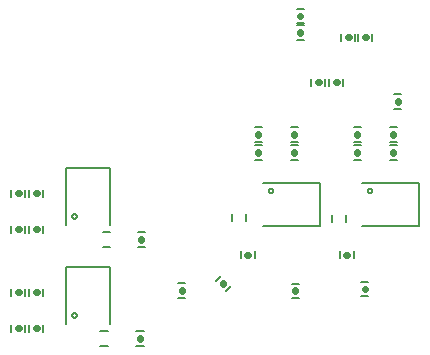
<source format=gbo>
G75*
%MOIN*%
%OFA0B0*%
%FSLAX25Y25*%
%IPPOS*%
%LPD*%
%AMOC8*
5,1,8,0,0,1.08239X$1,22.5*
%
%ADD10C,0.00600*%
%ADD11C,0.02200*%
%ADD12C,0.00500*%
D10*
X0019138Y0018819D02*
X0019138Y0021181D01*
X0023862Y0021181D02*
X0023862Y0018819D01*
X0025138Y0018819D02*
X0025138Y0021181D01*
X0029862Y0021181D02*
X0029862Y0018819D01*
X0029862Y0030819D02*
X0029862Y0033181D01*
X0025138Y0033181D02*
X0025138Y0030819D01*
X0023862Y0030819D02*
X0023862Y0033181D01*
X0019138Y0033181D02*
X0019138Y0030819D01*
X0019138Y0051819D02*
X0019138Y0054181D01*
X0023862Y0054181D02*
X0023862Y0051819D01*
X0025138Y0051819D02*
X0025138Y0054181D01*
X0029862Y0054181D02*
X0029862Y0051819D01*
X0029862Y0063819D02*
X0029862Y0066181D01*
X0025138Y0066181D02*
X0025138Y0063819D01*
X0023862Y0063819D02*
X0023862Y0066181D01*
X0019138Y0066181D02*
X0019138Y0063819D01*
X0049819Y0051862D02*
X0052181Y0051862D01*
X0052181Y0047138D02*
X0049819Y0047138D01*
X0061319Y0047138D02*
X0063681Y0047138D01*
X0063681Y0051862D02*
X0061319Y0051862D01*
X0074819Y0034862D02*
X0077181Y0034862D01*
X0077181Y0030138D02*
X0074819Y0030138D01*
X0063281Y0018862D02*
X0060919Y0018862D01*
X0060919Y0014138D02*
X0063281Y0014138D01*
X0051281Y0014138D02*
X0048919Y0014138D01*
X0048919Y0018862D02*
X0051281Y0018862D01*
X0087295Y0035735D02*
X0088965Y0037405D01*
X0092305Y0034065D02*
X0090635Y0032395D01*
X0095638Y0043319D02*
X0095638Y0045681D01*
X0100362Y0045681D02*
X0100362Y0043319D01*
X0097462Y0055519D02*
X0097462Y0057881D01*
X0092738Y0057881D02*
X0092738Y0055519D01*
X0100319Y0076138D02*
X0102681Y0076138D01*
X0102681Y0080862D02*
X0100319Y0080862D01*
X0100319Y0082138D02*
X0102681Y0082138D01*
X0102681Y0086862D02*
X0100319Y0086862D01*
X0112319Y0086862D02*
X0114681Y0086862D01*
X0114681Y0082138D02*
X0112319Y0082138D01*
X0112319Y0080862D02*
X0114681Y0080862D01*
X0114681Y0076138D02*
X0112319Y0076138D01*
X0126038Y0057681D02*
X0126038Y0055319D01*
X0130762Y0055319D02*
X0130762Y0057681D01*
X0128638Y0045681D02*
X0128638Y0043319D01*
X0133362Y0043319D02*
X0133362Y0045681D01*
X0135819Y0035362D02*
X0138181Y0035362D01*
X0138181Y0030638D02*
X0135819Y0030638D01*
X0115081Y0030038D02*
X0112719Y0030038D01*
X0112719Y0034762D02*
X0115081Y0034762D01*
X0133319Y0076138D02*
X0135681Y0076138D01*
X0135681Y0080862D02*
X0133319Y0080862D01*
X0133319Y0082138D02*
X0135681Y0082138D01*
X0135681Y0086862D02*
X0133319Y0086862D01*
X0145319Y0086862D02*
X0147681Y0086862D01*
X0147681Y0082138D02*
X0145319Y0082138D01*
X0145319Y0080862D02*
X0147681Y0080862D01*
X0147681Y0076138D02*
X0145319Y0076138D01*
X0146819Y0093138D02*
X0149181Y0093138D01*
X0149181Y0097862D02*
X0146819Y0097862D01*
X0139562Y0115719D02*
X0139562Y0118081D01*
X0134838Y0118081D02*
X0134838Y0115719D01*
X0133862Y0115719D02*
X0133862Y0118081D01*
X0129138Y0118081D02*
X0129138Y0115719D01*
X0129862Y0103181D02*
X0129862Y0100819D01*
X0125138Y0100819D02*
X0125138Y0103181D01*
X0123862Y0103181D02*
X0123862Y0100819D01*
X0119138Y0100819D02*
X0119138Y0103181D01*
X0116681Y0116138D02*
X0114319Y0116138D01*
X0114319Y0120862D02*
X0116681Y0120862D01*
X0116681Y0121638D02*
X0114319Y0121638D01*
X0114319Y0126362D02*
X0116681Y0126362D01*
D11*
X0115500Y0124120D02*
X0115500Y0123880D01*
X0115500Y0118620D02*
X0115500Y0118380D01*
X0121380Y0102000D02*
X0121620Y0102000D01*
X0127380Y0102000D02*
X0127620Y0102000D01*
X0131380Y0116900D02*
X0131620Y0116900D01*
X0137080Y0116900D02*
X0137320Y0116900D01*
X0148000Y0095620D02*
X0148000Y0095380D01*
X0146500Y0084620D02*
X0146500Y0084380D01*
X0146500Y0078620D02*
X0146500Y0078380D01*
X0134500Y0078380D02*
X0134500Y0078620D01*
X0134500Y0084380D02*
X0134500Y0084620D01*
X0113500Y0084620D02*
X0113500Y0084380D01*
X0113500Y0078620D02*
X0113500Y0078380D01*
X0101500Y0078380D02*
X0101500Y0078620D01*
X0101500Y0084380D02*
X0101500Y0084620D01*
X0098120Y0044500D02*
X0097880Y0044500D01*
X0089715Y0034985D02*
X0089885Y0034815D01*
X0076000Y0032620D02*
X0076000Y0032380D01*
X0062100Y0016620D02*
X0062100Y0016380D01*
X0062500Y0049380D02*
X0062500Y0049620D01*
X0027620Y0053000D02*
X0027380Y0053000D01*
X0021620Y0053000D02*
X0021380Y0053000D01*
X0021380Y0065000D02*
X0021620Y0065000D01*
X0027380Y0065000D02*
X0027620Y0065000D01*
X0027620Y0032000D02*
X0027380Y0032000D01*
X0021620Y0032000D02*
X0021380Y0032000D01*
X0021380Y0020000D02*
X0021620Y0020000D01*
X0027380Y0020000D02*
X0027620Y0020000D01*
X0113900Y0032280D02*
X0113900Y0032520D01*
X0130880Y0044500D02*
X0131120Y0044500D01*
X0137000Y0033120D02*
X0137000Y0032880D01*
D12*
X0136000Y0054000D02*
X0155000Y0054000D01*
X0155000Y0068500D01*
X0136000Y0068500D01*
X0138000Y0065750D02*
X0138002Y0065804D01*
X0138008Y0065858D01*
X0138018Y0065911D01*
X0138031Y0065964D01*
X0138048Y0066015D01*
X0138069Y0066065D01*
X0138094Y0066113D01*
X0138122Y0066160D01*
X0138153Y0066204D01*
X0138187Y0066246D01*
X0138224Y0066285D01*
X0138264Y0066322D01*
X0138307Y0066355D01*
X0138352Y0066386D01*
X0138399Y0066413D01*
X0138447Y0066436D01*
X0138498Y0066456D01*
X0138549Y0066473D01*
X0138602Y0066485D01*
X0138655Y0066494D01*
X0138709Y0066499D01*
X0138764Y0066500D01*
X0138818Y0066497D01*
X0138871Y0066490D01*
X0138924Y0066479D01*
X0138977Y0066465D01*
X0139028Y0066447D01*
X0139077Y0066425D01*
X0139125Y0066400D01*
X0139171Y0066371D01*
X0139215Y0066339D01*
X0139256Y0066304D01*
X0139294Y0066266D01*
X0139330Y0066225D01*
X0139363Y0066182D01*
X0139393Y0066137D01*
X0139419Y0066089D01*
X0139442Y0066040D01*
X0139461Y0065989D01*
X0139476Y0065938D01*
X0139488Y0065885D01*
X0139496Y0065831D01*
X0139500Y0065777D01*
X0139500Y0065723D01*
X0139496Y0065669D01*
X0139488Y0065615D01*
X0139476Y0065562D01*
X0139461Y0065511D01*
X0139442Y0065460D01*
X0139419Y0065411D01*
X0139393Y0065363D01*
X0139363Y0065318D01*
X0139330Y0065275D01*
X0139294Y0065234D01*
X0139256Y0065196D01*
X0139215Y0065161D01*
X0139171Y0065129D01*
X0139125Y0065100D01*
X0139077Y0065075D01*
X0139028Y0065053D01*
X0138977Y0065035D01*
X0138924Y0065021D01*
X0138871Y0065010D01*
X0138818Y0065003D01*
X0138764Y0065000D01*
X0138709Y0065001D01*
X0138655Y0065006D01*
X0138602Y0065015D01*
X0138549Y0065027D01*
X0138498Y0065044D01*
X0138447Y0065064D01*
X0138399Y0065087D01*
X0138352Y0065114D01*
X0138307Y0065145D01*
X0138264Y0065178D01*
X0138224Y0065215D01*
X0138187Y0065254D01*
X0138153Y0065296D01*
X0138122Y0065340D01*
X0138094Y0065387D01*
X0138069Y0065435D01*
X0138048Y0065485D01*
X0138031Y0065536D01*
X0138018Y0065589D01*
X0138008Y0065642D01*
X0138002Y0065696D01*
X0138000Y0065750D01*
X0122000Y0068500D02*
X0122000Y0054000D01*
X0103000Y0054000D01*
X0105000Y0065750D02*
X0105002Y0065804D01*
X0105008Y0065858D01*
X0105018Y0065911D01*
X0105031Y0065964D01*
X0105048Y0066015D01*
X0105069Y0066065D01*
X0105094Y0066113D01*
X0105122Y0066160D01*
X0105153Y0066204D01*
X0105187Y0066246D01*
X0105224Y0066285D01*
X0105264Y0066322D01*
X0105307Y0066355D01*
X0105352Y0066386D01*
X0105399Y0066413D01*
X0105447Y0066436D01*
X0105498Y0066456D01*
X0105549Y0066473D01*
X0105602Y0066485D01*
X0105655Y0066494D01*
X0105709Y0066499D01*
X0105764Y0066500D01*
X0105818Y0066497D01*
X0105871Y0066490D01*
X0105924Y0066479D01*
X0105977Y0066465D01*
X0106028Y0066447D01*
X0106077Y0066425D01*
X0106125Y0066400D01*
X0106171Y0066371D01*
X0106215Y0066339D01*
X0106256Y0066304D01*
X0106294Y0066266D01*
X0106330Y0066225D01*
X0106363Y0066182D01*
X0106393Y0066137D01*
X0106419Y0066089D01*
X0106442Y0066040D01*
X0106461Y0065989D01*
X0106476Y0065938D01*
X0106488Y0065885D01*
X0106496Y0065831D01*
X0106500Y0065777D01*
X0106500Y0065723D01*
X0106496Y0065669D01*
X0106488Y0065615D01*
X0106476Y0065562D01*
X0106461Y0065511D01*
X0106442Y0065460D01*
X0106419Y0065411D01*
X0106393Y0065363D01*
X0106363Y0065318D01*
X0106330Y0065275D01*
X0106294Y0065234D01*
X0106256Y0065196D01*
X0106215Y0065161D01*
X0106171Y0065129D01*
X0106125Y0065100D01*
X0106077Y0065075D01*
X0106028Y0065053D01*
X0105977Y0065035D01*
X0105924Y0065021D01*
X0105871Y0065010D01*
X0105818Y0065003D01*
X0105764Y0065000D01*
X0105709Y0065001D01*
X0105655Y0065006D01*
X0105602Y0065015D01*
X0105549Y0065027D01*
X0105498Y0065044D01*
X0105447Y0065064D01*
X0105399Y0065087D01*
X0105352Y0065114D01*
X0105307Y0065145D01*
X0105264Y0065178D01*
X0105224Y0065215D01*
X0105187Y0065254D01*
X0105153Y0065296D01*
X0105122Y0065340D01*
X0105094Y0065387D01*
X0105069Y0065435D01*
X0105048Y0065485D01*
X0105031Y0065536D01*
X0105018Y0065589D01*
X0105008Y0065642D01*
X0105002Y0065696D01*
X0105000Y0065750D01*
X0103000Y0068500D02*
X0122000Y0068500D01*
X0052000Y0073500D02*
X0052000Y0054500D01*
X0039500Y0057250D02*
X0039502Y0057304D01*
X0039508Y0057358D01*
X0039518Y0057411D01*
X0039531Y0057464D01*
X0039548Y0057515D01*
X0039569Y0057565D01*
X0039594Y0057613D01*
X0039622Y0057660D01*
X0039653Y0057704D01*
X0039687Y0057746D01*
X0039724Y0057785D01*
X0039764Y0057822D01*
X0039807Y0057855D01*
X0039852Y0057886D01*
X0039899Y0057913D01*
X0039947Y0057936D01*
X0039998Y0057956D01*
X0040049Y0057973D01*
X0040102Y0057985D01*
X0040155Y0057994D01*
X0040209Y0057999D01*
X0040264Y0058000D01*
X0040318Y0057997D01*
X0040371Y0057990D01*
X0040424Y0057979D01*
X0040477Y0057965D01*
X0040528Y0057947D01*
X0040577Y0057925D01*
X0040625Y0057900D01*
X0040671Y0057871D01*
X0040715Y0057839D01*
X0040756Y0057804D01*
X0040794Y0057766D01*
X0040830Y0057725D01*
X0040863Y0057682D01*
X0040893Y0057637D01*
X0040919Y0057589D01*
X0040942Y0057540D01*
X0040961Y0057489D01*
X0040976Y0057438D01*
X0040988Y0057385D01*
X0040996Y0057331D01*
X0041000Y0057277D01*
X0041000Y0057223D01*
X0040996Y0057169D01*
X0040988Y0057115D01*
X0040976Y0057062D01*
X0040961Y0057011D01*
X0040942Y0056960D01*
X0040919Y0056911D01*
X0040893Y0056863D01*
X0040863Y0056818D01*
X0040830Y0056775D01*
X0040794Y0056734D01*
X0040756Y0056696D01*
X0040715Y0056661D01*
X0040671Y0056629D01*
X0040625Y0056600D01*
X0040577Y0056575D01*
X0040528Y0056553D01*
X0040477Y0056535D01*
X0040424Y0056521D01*
X0040371Y0056510D01*
X0040318Y0056503D01*
X0040264Y0056500D01*
X0040209Y0056501D01*
X0040155Y0056506D01*
X0040102Y0056515D01*
X0040049Y0056527D01*
X0039998Y0056544D01*
X0039947Y0056564D01*
X0039899Y0056587D01*
X0039852Y0056614D01*
X0039807Y0056645D01*
X0039764Y0056678D01*
X0039724Y0056715D01*
X0039687Y0056754D01*
X0039653Y0056796D01*
X0039622Y0056840D01*
X0039594Y0056887D01*
X0039569Y0056935D01*
X0039548Y0056985D01*
X0039531Y0057036D01*
X0039518Y0057089D01*
X0039508Y0057142D01*
X0039502Y0057196D01*
X0039500Y0057250D01*
X0037500Y0054500D02*
X0037500Y0073500D01*
X0052000Y0073500D01*
X0052000Y0040500D02*
X0037500Y0040500D01*
X0037500Y0021500D01*
X0039500Y0024250D02*
X0039502Y0024304D01*
X0039508Y0024358D01*
X0039518Y0024411D01*
X0039531Y0024464D01*
X0039548Y0024515D01*
X0039569Y0024565D01*
X0039594Y0024613D01*
X0039622Y0024660D01*
X0039653Y0024704D01*
X0039687Y0024746D01*
X0039724Y0024785D01*
X0039764Y0024822D01*
X0039807Y0024855D01*
X0039852Y0024886D01*
X0039899Y0024913D01*
X0039947Y0024936D01*
X0039998Y0024956D01*
X0040049Y0024973D01*
X0040102Y0024985D01*
X0040155Y0024994D01*
X0040209Y0024999D01*
X0040264Y0025000D01*
X0040318Y0024997D01*
X0040371Y0024990D01*
X0040424Y0024979D01*
X0040477Y0024965D01*
X0040528Y0024947D01*
X0040577Y0024925D01*
X0040625Y0024900D01*
X0040671Y0024871D01*
X0040715Y0024839D01*
X0040756Y0024804D01*
X0040794Y0024766D01*
X0040830Y0024725D01*
X0040863Y0024682D01*
X0040893Y0024637D01*
X0040919Y0024589D01*
X0040942Y0024540D01*
X0040961Y0024489D01*
X0040976Y0024438D01*
X0040988Y0024385D01*
X0040996Y0024331D01*
X0041000Y0024277D01*
X0041000Y0024223D01*
X0040996Y0024169D01*
X0040988Y0024115D01*
X0040976Y0024062D01*
X0040961Y0024011D01*
X0040942Y0023960D01*
X0040919Y0023911D01*
X0040893Y0023863D01*
X0040863Y0023818D01*
X0040830Y0023775D01*
X0040794Y0023734D01*
X0040756Y0023696D01*
X0040715Y0023661D01*
X0040671Y0023629D01*
X0040625Y0023600D01*
X0040577Y0023575D01*
X0040528Y0023553D01*
X0040477Y0023535D01*
X0040424Y0023521D01*
X0040371Y0023510D01*
X0040318Y0023503D01*
X0040264Y0023500D01*
X0040209Y0023501D01*
X0040155Y0023506D01*
X0040102Y0023515D01*
X0040049Y0023527D01*
X0039998Y0023544D01*
X0039947Y0023564D01*
X0039899Y0023587D01*
X0039852Y0023614D01*
X0039807Y0023645D01*
X0039764Y0023678D01*
X0039724Y0023715D01*
X0039687Y0023754D01*
X0039653Y0023796D01*
X0039622Y0023840D01*
X0039594Y0023887D01*
X0039569Y0023935D01*
X0039548Y0023985D01*
X0039531Y0024036D01*
X0039518Y0024089D01*
X0039508Y0024142D01*
X0039502Y0024196D01*
X0039500Y0024250D01*
X0052000Y0021500D02*
X0052000Y0040500D01*
M02*

</source>
